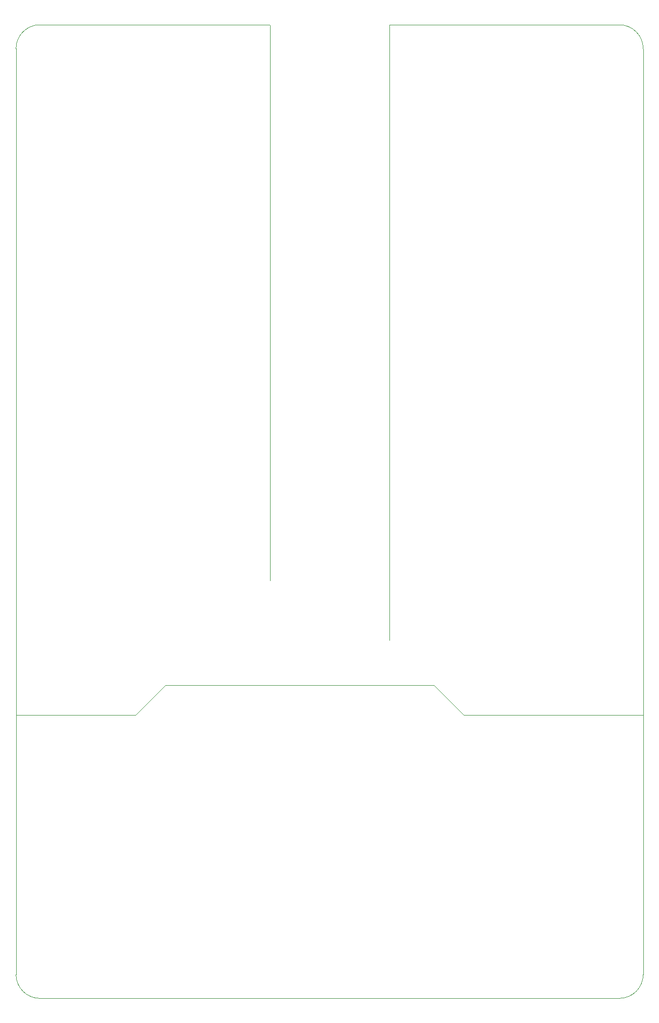
<source format=gm1>
G04*
G04 #@! TF.GenerationSoftware,Altium Limited,Altium Designer,22.0.2 (36)*
G04*
G04 Layer_Color=16711935*
%FSLAX25Y25*%
%MOIN*%
G70*
G04*
G04 #@! TF.SameCoordinates,738BC214-B09C-44E1-8903-F22A8AC8EB8C*
G04*
G04*
G04 #@! TF.FilePolarity,Positive*
G04*
G01*
G75*
%ADD12C,0.00394*%
D12*
X413386Y626183D02*
G03*
X397638Y641931I-15748J0D01*
G01*
X15748Y641931D02*
G03*
X-0Y626183I0J-15748D01*
G01*
X397638Y198D02*
G03*
X413386Y15946I0J15748D01*
G01*
X-0Y15947D02*
G03*
X15748Y198I15748J0D01*
G01*
X275590Y206693D02*
X295276Y187008D01*
X78740D02*
X98425Y206693D01*
X167323Y641732D02*
X167323Y275590D01*
X167124Y641931D02*
X167323Y641732D01*
X15748Y641931D02*
X167124D01*
X413386Y625984D02*
X413386Y187008D01*
Y15946D02*
Y187008D01*
X246063Y641931D02*
X397638Y641931D01*
X0Y187008D02*
X0Y15947D01*
X15748Y198D02*
X397638D01*
X-0Y626183D02*
X-0Y187008D01*
X98425Y206693D02*
X275590D01*
X246063Y236221D02*
X246063Y641732D01*
X295276Y187008D02*
X413386D01*
X0D02*
X78740D01*
M02*

</source>
